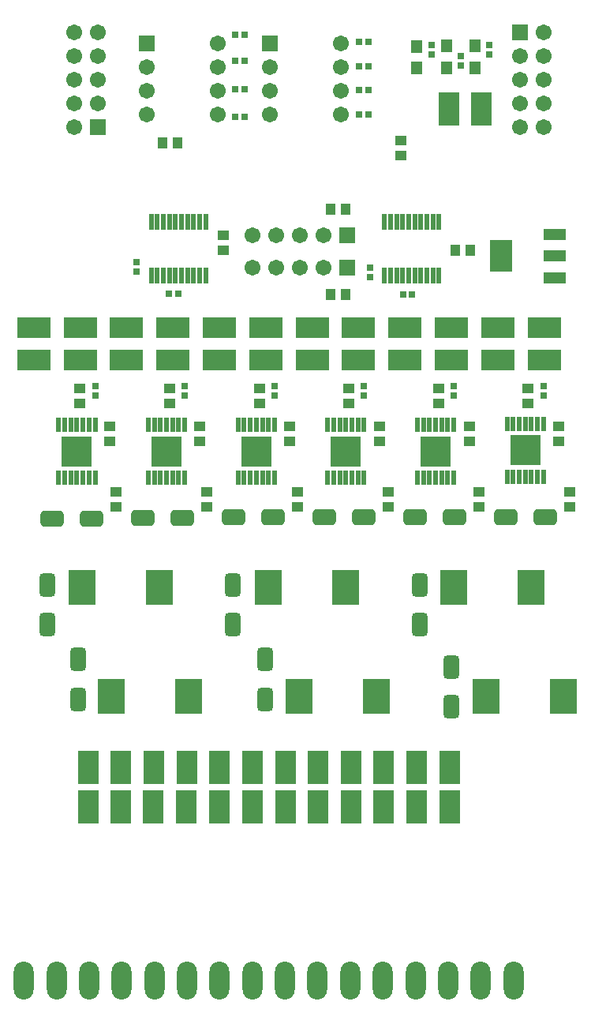
<source format=gts>
G04*
G04 #@! TF.GenerationSoftware,Altium Limited,Altium Designer,20.0.13 (296)*
G04*
G04 Layer_Color=8388736*
%FSLAX44Y44*%
%MOMM*%
G71*
G01*
G75*
%ADD33R,1.0032X1.2032*%
%ADD34R,1.2032X1.0032*%
%ADD35R,0.8032X0.7032*%
%ADD36R,3.3020X3.2004*%
%ADD37R,0.5588X1.6256*%
G04:AMPARAMS|DCode=38|XSize=2.5332mm|YSize=1.7532mm|CornerRadius=0.4891mm|HoleSize=0mm|Usage=FLASHONLY|Rotation=180.000|XOffset=0mm|YOffset=0mm|HoleType=Round|Shape=RoundedRectangle|*
%AMROUNDEDRECTD38*
21,1,2.5332,0.7750,0,0,180.0*
21,1,1.5550,1.7532,0,0,180.0*
1,1,0.9782,-0.7775,0.3875*
1,1,0.9782,0.7775,0.3875*
1,1,0.9782,0.7775,-0.3875*
1,1,0.9782,-0.7775,-0.3875*
%
%ADD38ROUNDEDRECTD38*%
%ADD39R,3.6200X2.2700*%
%ADD40R,0.7032X0.8032*%
%ADD41R,0.6132X1.7632*%
%ADD42R,1.2200X1.3700*%
%ADD43R,2.2700X3.6200*%
%ADD44R,2.3532X3.4532*%
%ADD45R,2.3532X1.1532*%
G04:AMPARAMS|DCode=46|XSize=2.5332mm|YSize=1.7532mm|CornerRadius=0.4891mm|HoleSize=0mm|Usage=FLASHONLY|Rotation=270.000|XOffset=0mm|YOffset=0mm|HoleType=Round|Shape=RoundedRectangle|*
%AMROUNDEDRECTD46*
21,1,2.5332,0.7750,0,0,270.0*
21,1,1.5550,1.7532,0,0,270.0*
1,1,0.9782,-0.3875,-0.7775*
1,1,0.9782,-0.3875,0.7775*
1,1,0.9782,0.3875,0.7775*
1,1,0.9782,0.3875,-0.7775*
%
%ADD46ROUNDEDRECTD46*%
%ADD47R,2.9032X3.8032*%
%ADD48C,1.7032*%
%ADD49R,1.7032X1.7032*%
%ADD50R,1.7032X1.7032*%
%ADD51O,2.1336X4.0640*%
D33*
X177750Y939000D02*
D03*
X193750D02*
D03*
X374000Y776500D02*
D03*
X358000D02*
D03*
Y867250D02*
D03*
X374000D02*
D03*
X492000Y823500D02*
D03*
X508000D02*
D03*
D34*
X127750Y564750D02*
D03*
Y548750D02*
D03*
X570250Y675000D02*
D03*
Y659000D02*
D03*
X603250Y618500D02*
D03*
Y634500D02*
D03*
X614750Y564750D02*
D03*
Y548750D02*
D03*
X121500Y618500D02*
D03*
Y634500D02*
D03*
X89250Y675000D02*
D03*
Y659000D02*
D03*
X433750Y941500D02*
D03*
Y925500D02*
D03*
X217850Y634500D02*
D03*
Y618500D02*
D03*
X314200Y634500D02*
D03*
Y618500D02*
D03*
X410550Y634500D02*
D03*
Y618500D02*
D03*
X506900Y634500D02*
D03*
Y618500D02*
D03*
X185450Y659000D02*
D03*
Y675000D02*
D03*
X281650Y659000D02*
D03*
Y675000D02*
D03*
X377850Y659000D02*
D03*
Y675000D02*
D03*
X474050Y659000D02*
D03*
Y675000D02*
D03*
X225150Y548750D02*
D03*
Y564750D02*
D03*
X322550Y548750D02*
D03*
Y564750D02*
D03*
X419950Y548750D02*
D03*
Y564750D02*
D03*
X517350Y548750D02*
D03*
Y564750D02*
D03*
X243500Y823250D02*
D03*
Y839250D02*
D03*
D35*
X586500Y678000D02*
D03*
Y668000D02*
D03*
X105500Y678000D02*
D03*
Y668000D02*
D03*
X150250Y811000D02*
D03*
Y801000D02*
D03*
X528250Y1033350D02*
D03*
Y1043350D02*
D03*
X497750Y1021500D02*
D03*
Y1031500D02*
D03*
X466848Y1033350D02*
D03*
Y1043350D02*
D03*
X400500Y804500D02*
D03*
Y794500D02*
D03*
X201700Y668000D02*
D03*
Y678000D02*
D03*
X297900Y668000D02*
D03*
Y678000D02*
D03*
X394100Y668000D02*
D03*
Y678000D02*
D03*
X490300Y668000D02*
D03*
Y678000D02*
D03*
D36*
X567058Y609198D02*
D03*
X85942Y607948D02*
D03*
X182165D02*
D03*
X278388D02*
D03*
X374612D02*
D03*
X470835D02*
D03*
D37*
X547500Y637646D02*
D03*
X554104D02*
D03*
X560454D02*
D03*
X567058D02*
D03*
X573662D02*
D03*
X580012D02*
D03*
X586616D02*
D03*
Y580750D02*
D03*
X580012D02*
D03*
X573662D02*
D03*
X567058D02*
D03*
X560454D02*
D03*
X554104D02*
D03*
X547500D02*
D03*
X66384Y636396D02*
D03*
X72988D02*
D03*
X79338D02*
D03*
X85942D02*
D03*
X92546D02*
D03*
X98896D02*
D03*
X105500D02*
D03*
Y579500D02*
D03*
X98896D02*
D03*
X92546D02*
D03*
X85942D02*
D03*
X79338D02*
D03*
X72988D02*
D03*
X66384D02*
D03*
X162607D02*
D03*
X169211D02*
D03*
X175561D02*
D03*
X182165D02*
D03*
X188769D02*
D03*
X195119D02*
D03*
X201723D02*
D03*
Y636396D02*
D03*
X195119D02*
D03*
X188769D02*
D03*
X182165D02*
D03*
X175561D02*
D03*
X169211D02*
D03*
X162607D02*
D03*
X258830Y579500D02*
D03*
X265434D02*
D03*
X271784D02*
D03*
X278388D02*
D03*
X284992D02*
D03*
X291342D02*
D03*
X297946D02*
D03*
Y636396D02*
D03*
X291342D02*
D03*
X284992D02*
D03*
X278388D02*
D03*
X271784D02*
D03*
X265434D02*
D03*
X258830D02*
D03*
X355053Y579500D02*
D03*
X361657D02*
D03*
X368008D02*
D03*
X374612D02*
D03*
X381216D02*
D03*
X387565D02*
D03*
X394170D02*
D03*
Y636396D02*
D03*
X387565D02*
D03*
X381216D02*
D03*
X374612D02*
D03*
X368008D02*
D03*
X361657D02*
D03*
X355053D02*
D03*
X451277Y579500D02*
D03*
X457881D02*
D03*
X464231D02*
D03*
X470835D02*
D03*
X477439D02*
D03*
X483789D02*
D03*
X490393D02*
D03*
Y636396D02*
D03*
X483789D02*
D03*
X477439D02*
D03*
X470835D02*
D03*
X464231D02*
D03*
X457881D02*
D03*
X451277D02*
D03*
D38*
X545900Y537750D02*
D03*
X588600D02*
D03*
X59400Y535500D02*
D03*
X102100D02*
D03*
X199400Y536250D02*
D03*
X156700D02*
D03*
X296700Y537750D02*
D03*
X254000D02*
D03*
X394000D02*
D03*
X351300D02*
D03*
X491300D02*
D03*
X448600D02*
D03*
D39*
X39750Y740750D02*
D03*
Y705750D02*
D03*
X587250Y740750D02*
D03*
Y705750D02*
D03*
X487705D02*
D03*
Y740750D02*
D03*
X338386Y705750D02*
D03*
Y740750D02*
D03*
X238841Y705750D02*
D03*
Y740750D02*
D03*
X139296Y705750D02*
D03*
Y740750D02*
D03*
X537477Y705750D02*
D03*
Y740750D02*
D03*
X437932Y705750D02*
D03*
Y740750D02*
D03*
X388159Y705750D02*
D03*
Y740750D02*
D03*
X288614Y705750D02*
D03*
Y740750D02*
D03*
X189068Y705750D02*
D03*
Y740750D02*
D03*
X89523Y705750D02*
D03*
Y740750D02*
D03*
D40*
X445750Y775750D02*
D03*
X435750D02*
D03*
X194750Y776750D02*
D03*
X184750D02*
D03*
X388750Y1046750D02*
D03*
X398750D02*
D03*
X388750Y1021000D02*
D03*
X398750D02*
D03*
X388750Y995250D02*
D03*
X398750D02*
D03*
X388750Y969500D02*
D03*
X398750D02*
D03*
X256000Y966750D02*
D03*
X266000D02*
D03*
X256000Y996250D02*
D03*
X266000D02*
D03*
X256000Y1026500D02*
D03*
X266000D02*
D03*
X256000Y1054500D02*
D03*
X266000D02*
D03*
D41*
X165750Y854050D02*
D03*
X172250D02*
D03*
X178750D02*
D03*
X185250D02*
D03*
X191750D02*
D03*
X198250D02*
D03*
X204750D02*
D03*
X211250D02*
D03*
X217750D02*
D03*
X224250D02*
D03*
Y796450D02*
D03*
X217750D02*
D03*
X211250D02*
D03*
X204750D02*
D03*
X198250D02*
D03*
X191750D02*
D03*
X185250D02*
D03*
X178750D02*
D03*
X172250D02*
D03*
X165750D02*
D03*
X416000Y854050D02*
D03*
X422500D02*
D03*
X429000D02*
D03*
X435500D02*
D03*
X442000D02*
D03*
X448500D02*
D03*
X455000D02*
D03*
X461500D02*
D03*
X468000D02*
D03*
X474500D02*
D03*
Y796450D02*
D03*
X468000D02*
D03*
X461500D02*
D03*
X455000D02*
D03*
X448500D02*
D03*
X442000D02*
D03*
X435500D02*
D03*
X429000D02*
D03*
X422500D02*
D03*
X416000D02*
D03*
D42*
X513152Y1019500D02*
D03*
Y1042500D02*
D03*
X482451Y1019500D02*
D03*
Y1042500D02*
D03*
X450305Y1042000D02*
D03*
Y1019000D02*
D03*
D43*
X485000Y974750D02*
D03*
X520000D02*
D03*
X450750Y269250D02*
D03*
X485750D02*
D03*
X450750Y226750D02*
D03*
X485750D02*
D03*
X98250D02*
D03*
X133250D02*
D03*
X98250Y269250D02*
D03*
X133250D02*
D03*
X168000Y226750D02*
D03*
X203000D02*
D03*
X168750Y269250D02*
D03*
X203750D02*
D03*
X239250Y226750D02*
D03*
X274250D02*
D03*
X239250Y269250D02*
D03*
X274250D02*
D03*
X309750Y226750D02*
D03*
X344750D02*
D03*
X309750Y269250D02*
D03*
X344750D02*
D03*
X380250Y227000D02*
D03*
X415250D02*
D03*
X380250Y269250D02*
D03*
X415250D02*
D03*
D44*
X541000Y817250D02*
D03*
D45*
X599000Y840250D02*
D03*
Y817250D02*
D03*
Y794250D02*
D03*
D46*
X487750Y376735D02*
D03*
Y334035D02*
D03*
X287750Y384719D02*
D03*
Y342019D02*
D03*
X87000Y384719D02*
D03*
Y342019D02*
D03*
X54000Y464481D02*
D03*
Y421781D02*
D03*
X453500Y464481D02*
D03*
Y421781D02*
D03*
X253250Y464481D02*
D03*
Y421781D02*
D03*
D47*
X205750Y344750D02*
D03*
X122750D02*
D03*
X174750Y461750D02*
D03*
X91750D02*
D03*
X374000D02*
D03*
X291000D02*
D03*
X573250D02*
D03*
X490250D02*
D03*
X608250Y344750D02*
D03*
X525250D02*
D03*
X407000D02*
D03*
X324000D02*
D03*
D48*
X274200Y840000D02*
D03*
X299600D02*
D03*
X325000D02*
D03*
X350400D02*
D03*
X274450Y804500D02*
D03*
X299850D02*
D03*
X325250D02*
D03*
X350650D02*
D03*
X369350Y969400D02*
D03*
Y994800D02*
D03*
Y1020200D02*
D03*
Y1045600D02*
D03*
X293150Y969400D02*
D03*
Y994800D02*
D03*
Y1020200D02*
D03*
X237350Y969400D02*
D03*
Y994800D02*
D03*
Y1020200D02*
D03*
Y1045600D02*
D03*
X161150Y969400D02*
D03*
Y994800D02*
D03*
Y1020200D02*
D03*
X586750Y980800D02*
D03*
X561350D02*
D03*
X586750Y1057000D02*
D03*
X561350Y1031600D02*
D03*
X586750D02*
D03*
X561350Y1006200D02*
D03*
X586750D02*
D03*
X561350Y955400D02*
D03*
X586750D02*
D03*
X83000Y1031700D02*
D03*
X108400D02*
D03*
X83000Y955500D02*
D03*
X108400Y980900D02*
D03*
X83000D02*
D03*
X108400Y1006300D02*
D03*
X83000D02*
D03*
X108400Y1057100D02*
D03*
X83000D02*
D03*
D49*
X375800Y840000D02*
D03*
X376050Y804500D02*
D03*
X293150Y1045600D02*
D03*
X161150D02*
D03*
D50*
X561350Y1057000D02*
D03*
X108400Y955500D02*
D03*
D51*
X554250Y40250D02*
D03*
X519250D02*
D03*
X484250D02*
D03*
X449250D02*
D03*
X414250D02*
D03*
X379250D02*
D03*
X344250D02*
D03*
X309250D02*
D03*
X274250D02*
D03*
X239250D02*
D03*
X204250D02*
D03*
X169250D02*
D03*
X134250D02*
D03*
X99250D02*
D03*
X64250D02*
D03*
X29250D02*
D03*
M02*

</source>
